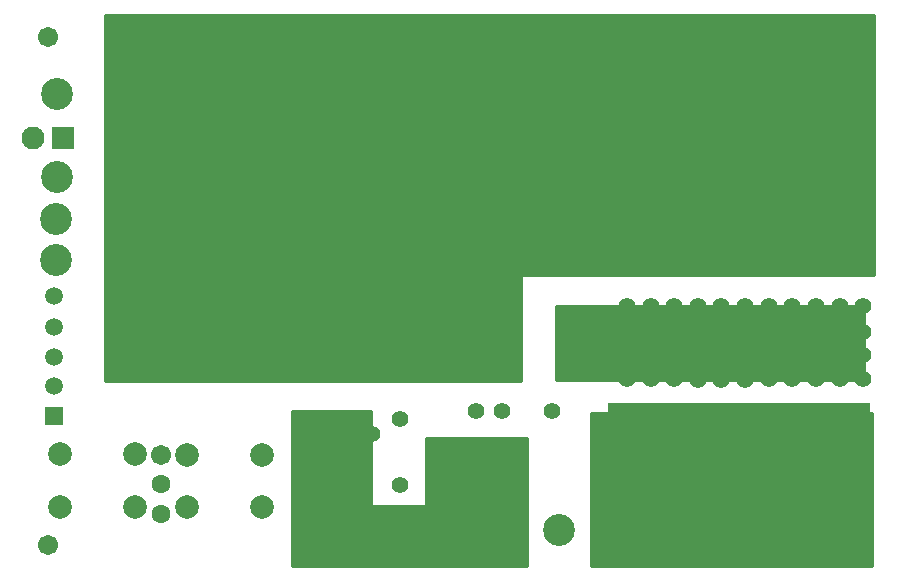
<source format=gbs>
%FSLAX44Y44*%
%MOMM*%
G71*
G01*
G75*
G04 Layer_Color=16711935*
%ADD10C,0.4500*%
%ADD11R,0.9000X0.9500*%
%ADD12R,0.9500X0.9000*%
%ADD13R,1.5000X1.2500*%
%ADD14R,1.2500X1.5000*%
%ADD15R,6.3500X1.5240*%
%ADD16R,3.2000X1.0000*%
%ADD17R,0.9144X0.9144*%
%ADD18R,1.2700X0.9144*%
%ADD19R,0.9144X0.9144*%
%ADD20R,0.9144X1.2700*%
%ADD21R,0.9500X0.8000*%
%ADD22R,0.8000X0.9500*%
%ADD23O,0.5000X2.0000*%
%ADD24R,0.5000X2.0000*%
%ADD25R,0.9000X3.2000*%
%ADD26R,11.5000X9.0000*%
%ADD27R,0.9000X0.9000*%
%ADD28R,0.9000X1.2500*%
%ADD29R,2.0000X2.0000*%
%ADD30R,8.0000X4.0000*%
%ADD31O,2.0000X0.6000*%
%ADD32O,2.0000X1.0000*%
%ADD33C,0.5000*%
%ADD34C,0.3000*%
%ADD35R,1.7500X1.7500*%
%ADD36C,1.7500*%
%ADD37C,1.4000*%
%ADD38C,1.5000*%
%ADD39C,1.8000*%
%ADD40C,2.5000*%
%ADD41R,25.0000X8.0000*%
%ADD42R,22.0000X8.0000*%
%ADD43R,1.3000X1.3000*%
%ADD44C,1.3000*%
%ADD45C,1.2000*%
%ADD46C,0.2540*%
%ADD47C,0.2000*%
%ADD48C,0.3048*%
%ADD49C,0.2500*%
%ADD50C,0.1800*%
%ADD51C,0.1000*%
%ADD52R,1.1032X1.1532*%
%ADD53R,1.1532X1.1032*%
%ADD54R,1.7032X1.4532*%
%ADD55R,1.4532X1.7032*%
%ADD56R,6.5532X1.7272*%
%ADD57R,3.4032X1.2032*%
%ADD58R,1.1176X1.1176*%
%ADD59R,1.4732X1.1176*%
%ADD60R,1.1176X1.1176*%
%ADD61R,1.1176X1.4732*%
%ADD62R,1.1532X1.0032*%
%ADD63R,1.0032X1.1532*%
%ADD64O,0.7032X2.2032*%
%ADD65R,0.7032X2.2032*%
%ADD66R,1.1032X3.4032*%
%ADD67R,11.7032X9.2032*%
%ADD68R,1.1032X1.1032*%
%ADD69R,1.1032X1.4532*%
%ADD70R,2.2032X2.2032*%
%ADD71R,8.2032X4.2032*%
%ADD72O,2.2032X0.8032*%
%ADD73O,2.2032X1.2032*%
%ADD74R,1.9532X1.9532*%
%ADD75C,1.9532*%
%ADD76C,1.6032*%
%ADD77C,1.7032*%
%ADD78C,2.0032*%
%ADD79C,2.7032*%
%ADD80R,25.2032X8.2032*%
%ADD81R,22.2032X8.2032*%
%ADD82R,1.5032X1.5032*%
%ADD83C,1.5032*%
%ADD84C,1.4032*%
D10*
X48750Y-200250D02*
Y18000D01*
X50998Y-200250D02*
Y18000D01*
X54998Y-200250D02*
Y18000D01*
X58998Y-200250D02*
Y18000D01*
X62998Y-200250D02*
Y18000D01*
X66998Y-200250D02*
Y18000D01*
X70998Y-200250D02*
Y18000D01*
X74998Y-200250D02*
Y18000D01*
X78998Y-200250D02*
Y18000D01*
X82998Y-200250D02*
Y18000D01*
X86998Y-200250D02*
Y18000D01*
X90998Y-200250D02*
Y18000D01*
X94998Y-200250D02*
Y18000D01*
X98998Y-200250D02*
Y18000D01*
X102998Y-200250D02*
Y18000D01*
X106998Y-200250D02*
Y18000D01*
X110998Y-200250D02*
Y18000D01*
X114998Y-200250D02*
Y18000D01*
X118998Y-200250D02*
Y18000D01*
X122998Y-200250D02*
Y18000D01*
X126998Y-200250D02*
Y18000D01*
X130998Y-200250D02*
Y18000D01*
X134998Y-200250D02*
Y18000D01*
X138998Y-200250D02*
Y18000D01*
X142998Y-200250D02*
Y18000D01*
X146998Y-200250D02*
Y18000D01*
X150998Y-200250D02*
Y18000D01*
X154998Y-200250D02*
Y18000D01*
X48750Y-200250D02*
X698505D01*
X158998D02*
Y18000D01*
X162998Y-200250D02*
Y18000D01*
X166998Y-200250D02*
Y18000D01*
X48750Y-199002D02*
X698505D01*
X170998Y-200250D02*
Y18000D01*
X174998Y-200250D02*
Y18000D01*
X178998Y-200250D02*
Y18000D01*
X182998Y-200250D02*
Y18000D01*
X186998Y-200250D02*
Y18000D01*
X190998Y-200250D02*
Y18000D01*
X194998Y-200250D02*
Y18000D01*
X198998Y-200250D02*
Y18000D01*
X202998Y-200250D02*
Y18000D01*
X206998Y-200250D02*
Y18000D01*
X210998Y-200250D02*
Y18000D01*
X214998Y-200250D02*
Y18000D01*
X218998Y-200250D02*
Y18000D01*
X222998Y-200250D02*
Y18000D01*
X226998Y-200250D02*
Y18000D01*
X230998Y-200250D02*
Y18000D01*
X234998Y-200250D02*
Y18000D01*
X238998Y-200250D02*
Y18000D01*
X242998Y-200250D02*
Y18000D01*
X246998Y-200250D02*
Y18000D01*
X250998Y-200250D02*
Y18000D01*
X254998Y-200250D02*
Y18000D01*
X48750Y-195002D02*
X698505D01*
X48750Y-191002D02*
X698505D01*
X48750Y-187002D02*
X698505D01*
X48750Y-183002D02*
X698505D01*
X48750Y-179002D02*
X698505D01*
X48750Y-175002D02*
X698505D01*
X48750Y-171002D02*
X698505D01*
X48750Y-167002D02*
X698505D01*
X48750Y-163002D02*
X698505D01*
X48750Y-159002D02*
X698505D01*
X48750Y-155002D02*
X698505D01*
X48750Y-151002D02*
X698505D01*
X48750Y-147002D02*
X698505D01*
X48750Y-143002D02*
X698505D01*
X48750Y-139002D02*
X698505D01*
X48750Y-135002D02*
X698505D01*
X48750Y-131002D02*
X698505D01*
X48750Y-127002D02*
X698505D01*
X48750Y-123002D02*
X698505D01*
X48750Y-119002D02*
X698505D01*
X48750Y-115002D02*
X698505D01*
X48750Y-111002D02*
X698505D01*
X48750Y-107002D02*
X698505D01*
X48750Y-103002D02*
X698505D01*
X48750Y-99002D02*
X698505D01*
X48750Y-95002D02*
X698505D01*
X48750Y-91002D02*
X698505D01*
X48750Y-87002D02*
X698505D01*
X48750Y-83002D02*
X698505D01*
X48750Y-79002D02*
X698505D01*
X48750Y-75002D02*
X698505D01*
X48750Y-71002D02*
X698505D01*
X48750Y-67002D02*
X698505D01*
X48750Y-63002D02*
X698505D01*
X48750Y-59002D02*
X698505D01*
X48750Y-55002D02*
X698505D01*
X48750Y-51002D02*
X698505D01*
X48750Y-47002D02*
X698505D01*
X48750Y-43002D02*
X698505D01*
X48750Y-39002D02*
X698505D01*
X48750Y-35002D02*
X698505D01*
X48750Y-31002D02*
X698505D01*
X48750Y-27002D02*
X698505D01*
X48750Y-23002D02*
X698505D01*
X48750Y-19002D02*
X698505D01*
X48750Y-15002D02*
X698505D01*
X48750Y-11002D02*
X698505D01*
X48750Y-7002D02*
X698505D01*
X48750Y-3002D02*
X698505D01*
X48750Y998D02*
X698505D01*
X48750Y4998D02*
X698505D01*
X48750Y8998D02*
X698505D01*
X48750Y12998D02*
X698505D01*
X48750Y16998D02*
X698505D01*
X48750Y18000D02*
X698505D01*
X258998Y-200250D02*
Y18000D01*
X262998Y-200250D02*
Y18000D01*
X266998Y-200250D02*
Y18000D01*
X270998Y-200250D02*
Y18000D01*
X274998Y-200250D02*
Y18000D01*
X278998Y-200250D02*
Y18000D01*
X282998Y-200250D02*
Y18000D01*
X286998Y-200250D02*
Y18000D01*
X290998Y-200250D02*
Y18000D01*
X294998Y-200250D02*
Y18000D01*
X298998Y-200250D02*
Y18000D01*
X302998Y-200250D02*
Y18000D01*
X306998Y-200250D02*
Y18000D01*
X310998Y-200250D02*
Y18000D01*
X314998Y-200250D02*
Y18000D01*
X318998Y-200250D02*
Y18000D01*
X322998Y-200250D02*
Y18000D01*
X326998Y-200250D02*
Y18000D01*
X330998Y-200250D02*
Y18000D01*
X334998Y-200250D02*
Y18000D01*
X338997Y-200250D02*
Y18000D01*
X342998Y-200250D02*
Y18000D01*
X346997Y-200250D02*
Y18000D01*
X350998Y-200250D02*
Y18000D01*
X354997Y-200250D02*
Y18000D01*
X358997Y-200250D02*
Y18000D01*
X362998Y-200250D02*
Y18000D01*
X366997Y-200250D02*
Y18000D01*
X370998Y-200250D02*
Y18000D01*
X374997Y-200250D02*
Y18000D01*
X378997Y-200250D02*
Y18000D01*
X382998Y-200250D02*
Y18000D01*
X386997Y-200250D02*
Y18000D01*
X390997Y-200250D02*
Y18000D01*
X394997Y-200250D02*
Y18000D01*
X398997Y-200250D02*
Y18000D01*
X402997Y-200250D02*
Y18000D01*
X406997Y-200250D02*
Y18000D01*
X410997Y-200250D02*
Y18000D01*
X414997Y-200250D02*
Y18000D01*
X418997Y-200250D02*
Y18000D01*
X422997Y-200250D02*
Y18000D01*
X426997Y-200250D02*
Y18000D01*
X430997Y-200250D02*
Y18000D01*
X434997Y-200250D02*
Y18000D01*
X438997Y-200250D02*
Y18000D01*
X442997Y-200250D02*
Y18000D01*
X446997Y-200250D02*
Y18000D01*
X450997Y-200250D02*
Y18000D01*
X454997Y-200250D02*
Y18000D01*
X458997Y-200250D02*
Y18000D01*
X462997Y-200250D02*
Y18000D01*
X466997Y-200250D02*
Y18000D01*
X470997Y-200250D02*
Y18000D01*
X474997Y-200250D02*
Y18000D01*
X478997Y-200250D02*
Y18000D01*
X482997Y-200250D02*
Y18000D01*
X486997Y-200250D02*
Y18000D01*
X490997Y-200250D02*
Y18000D01*
X494997Y-200250D02*
Y18000D01*
X498997Y-200250D02*
Y18000D01*
X502997Y-200250D02*
Y18000D01*
X506997Y-200250D02*
Y18000D01*
X510997Y-200250D02*
Y18000D01*
X514997Y-200250D02*
Y18000D01*
X518997Y-200250D02*
Y18000D01*
X522997Y-200250D02*
Y18000D01*
X526997Y-200250D02*
Y18000D01*
X530997Y-200250D02*
Y18000D01*
X534997Y-200250D02*
Y18000D01*
X538997Y-200250D02*
Y18000D01*
X542997Y-200250D02*
Y18000D01*
X546997Y-200250D02*
Y18000D01*
X550997Y-200250D02*
Y18000D01*
X554997Y-200250D02*
Y18000D01*
X558997Y-200250D02*
Y18000D01*
X562997Y-200250D02*
Y18000D01*
X566997Y-200250D02*
Y18000D01*
X570997Y-200250D02*
Y18000D01*
X574997Y-200250D02*
Y18000D01*
X578997Y-200250D02*
Y18000D01*
X582997Y-200250D02*
Y18000D01*
X586997Y-200250D02*
Y18000D01*
X590997Y-200250D02*
Y18000D01*
X594997Y-200250D02*
Y18000D01*
X598997Y-200250D02*
Y18000D01*
X602997Y-200250D02*
Y18000D01*
X606997Y-200250D02*
Y18000D01*
X610997Y-200250D02*
Y18000D01*
X614997Y-200250D02*
Y18000D01*
X618997Y-200250D02*
Y18000D01*
X622997Y-200250D02*
Y18000D01*
X626997Y-200250D02*
Y18000D01*
X630997Y-200250D02*
Y18000D01*
X634997Y-200250D02*
Y18000D01*
X638997Y-200250D02*
Y18000D01*
X642997Y-200250D02*
Y18000D01*
X646997Y-200250D02*
Y18000D01*
X650997Y-200250D02*
Y18000D01*
X654997Y-200250D02*
Y18000D01*
X658997Y-200250D02*
Y18000D01*
X662997Y-200250D02*
Y18000D01*
X666997Y-200250D02*
Y18000D01*
X670997Y-200250D02*
Y18000D01*
X674997Y-200250D02*
Y18000D01*
X678997Y-200250D02*
Y18000D01*
X682997Y-200250D02*
Y18000D01*
X686997Y-200250D02*
Y18000D01*
X690997Y-200250D02*
Y18000D01*
X694997Y-200250D02*
Y18000D01*
X698505Y-200250D02*
Y18000D01*
X48750Y-290500D02*
Y-166250D01*
X50998Y-290500D02*
Y-166250D01*
X54998Y-290500D02*
Y-166250D01*
X58998Y-290500D02*
Y-166250D01*
X62998Y-290500D02*
Y-166250D01*
X66998Y-290500D02*
Y-166250D01*
X70998Y-290500D02*
Y-166250D01*
X74998Y-290500D02*
Y-166250D01*
X78998Y-290500D02*
Y-166250D01*
X82998Y-290500D02*
Y-166250D01*
X86998Y-290500D02*
Y-166250D01*
X90998Y-290500D02*
Y-166250D01*
X94998Y-290500D02*
Y-166250D01*
X98998Y-290500D02*
Y-166250D01*
X102998Y-290500D02*
Y-166250D01*
X48750Y-290500D02*
X400000D01*
X106998D02*
Y-166250D01*
X48750Y-287001D02*
X400000D01*
X110998Y-290500D02*
Y-166250D01*
X114998Y-290500D02*
Y-166250D01*
X118998Y-290500D02*
Y-166250D01*
X122998Y-290500D02*
Y-166250D01*
X126998Y-290500D02*
Y-166250D01*
X130998Y-290500D02*
Y-166250D01*
X134998Y-290500D02*
Y-166250D01*
X138998Y-290500D02*
Y-166250D01*
X142998Y-290500D02*
Y-166250D01*
X146998Y-290500D02*
Y-166250D01*
X150998Y-290500D02*
Y-166250D01*
X154998Y-290500D02*
Y-166250D01*
X48750Y-283001D02*
X400000D01*
X48750Y-279001D02*
X400000D01*
X48750Y-275001D02*
X400000D01*
X48750Y-271001D02*
X400000D01*
X48750Y-267001D02*
X400000D01*
X48750Y-263001D02*
X400000D01*
X48750Y-259002D02*
X400000D01*
X48750Y-255002D02*
X400000D01*
X48750Y-251001D02*
X400000D01*
X48750Y-247001D02*
X400000D01*
X48750Y-243001D02*
X400000D01*
X48750Y-239002D02*
X400000D01*
X48750Y-235002D02*
X400000D01*
X48750Y-231001D02*
X400000D01*
X48750Y-227001D02*
X400000D01*
X48750Y-223001D02*
X400000D01*
X48750Y-219002D02*
X400000D01*
X48750Y-215002D02*
X400000D01*
X48750Y-211002D02*
X400000D01*
X48750Y-207002D02*
X400000D01*
X48750Y-203002D02*
X400000D01*
X48750Y-199002D02*
X400000D01*
X48750Y-195002D02*
X400000D01*
X48750Y-191002D02*
X400000D01*
X48750Y-187002D02*
X400000D01*
X48750Y-183002D02*
X400000D01*
X48750Y-179002D02*
X400000D01*
X48750Y-175002D02*
X400000D01*
X48750Y-171002D02*
X400000D01*
X48750Y-167002D02*
X400000D01*
X48750Y-166250D02*
X400000D01*
X158998Y-290500D02*
Y-166250D01*
X162998Y-290500D02*
Y-166250D01*
X166998Y-290500D02*
Y-166250D01*
X170998Y-290500D02*
Y-166250D01*
X174998Y-290500D02*
Y-166250D01*
X178998Y-290500D02*
Y-166250D01*
X182998Y-290500D02*
Y-166250D01*
X186998Y-290500D02*
Y-166250D01*
X190998Y-290500D02*
Y-166250D01*
X194998Y-290500D02*
Y-166250D01*
X198998Y-290500D02*
Y-166250D01*
X202998Y-290500D02*
Y-166250D01*
X206998Y-290500D02*
Y-166250D01*
X210998Y-290500D02*
Y-166250D01*
X214998Y-290500D02*
Y-166250D01*
X218998Y-290500D02*
Y-166250D01*
X222998Y-290500D02*
Y-166250D01*
X226998Y-290500D02*
Y-166250D01*
X230998Y-290500D02*
Y-166250D01*
X234998Y-290500D02*
Y-166250D01*
X238998Y-290500D02*
Y-166250D01*
X242998Y-290500D02*
Y-166250D01*
X246998Y-290500D02*
Y-166250D01*
X250998Y-290500D02*
Y-166250D01*
X254998Y-290500D02*
Y-166250D01*
X258998Y-290500D02*
Y-166250D01*
X262998Y-290500D02*
Y-166250D01*
X266998Y-290500D02*
Y-166250D01*
X270998Y-290500D02*
Y-166250D01*
X274998Y-290500D02*
Y-166250D01*
X278998Y-290500D02*
Y-166250D01*
X282998Y-290500D02*
Y-166250D01*
X286998Y-290500D02*
Y-166250D01*
X290998Y-290500D02*
Y-166250D01*
X294998Y-290500D02*
Y-166250D01*
X298998Y-290500D02*
Y-166250D01*
X302998Y-290500D02*
Y-166250D01*
X306998Y-290500D02*
Y-166250D01*
X310998Y-290500D02*
Y-166250D01*
X314998Y-290500D02*
Y-166250D01*
X318998Y-290500D02*
Y-166250D01*
X322998Y-290500D02*
Y-166250D01*
X326998Y-290500D02*
Y-166250D01*
X330998Y-290500D02*
Y-166250D01*
X334998Y-290500D02*
Y-166250D01*
X338997Y-290500D02*
Y-166250D01*
X342998Y-290500D02*
Y-166250D01*
X346997Y-290500D02*
Y-166250D01*
X350998Y-290500D02*
Y-166250D01*
X354997Y-290500D02*
Y-166250D01*
X358997Y-290500D02*
Y-166250D01*
X362998Y-290500D02*
Y-166250D01*
X366997Y-290500D02*
Y-166250D01*
X370998Y-290500D02*
Y-166250D01*
X374997Y-290500D02*
Y-166250D01*
X378997Y-290500D02*
Y-166250D01*
X382998Y-290500D02*
Y-166250D01*
X386997Y-290500D02*
Y-166250D01*
X390997Y-290500D02*
Y-166250D01*
X394997Y-290500D02*
Y-166250D01*
X398997Y-290500D02*
Y-166250D01*
X400000Y-290500D02*
Y-166250D01*
X431250Y-289251D02*
Y-228000D01*
X434997Y-289251D02*
Y-228000D01*
X438997Y-289251D02*
Y-228000D01*
X442997Y-289251D02*
Y-228000D01*
X446997Y-289251D02*
Y-228000D01*
X450997Y-289251D02*
Y-228000D01*
X454997Y-289251D02*
Y-228000D01*
X458997Y-289251D02*
Y-228000D01*
X462997Y-289251D02*
Y-228000D01*
X466997Y-289251D02*
Y-228000D01*
X431250Y-289251D02*
X690253D01*
X470997D02*
Y-228000D01*
X474997Y-289251D02*
Y-228000D01*
X478997Y-289251D02*
Y-228000D01*
X482997Y-289251D02*
Y-228000D01*
X486997Y-289251D02*
Y-228000D01*
X490997Y-289251D02*
Y-228000D01*
X494997Y-289251D02*
Y-228000D01*
X498997Y-289251D02*
Y-228000D01*
X502997Y-289251D02*
Y-228000D01*
X431250Y-287001D02*
X690253D01*
X431250Y-283001D02*
X690253D01*
X431250Y-279001D02*
X690253D01*
X431250Y-275001D02*
X690253D01*
X431250Y-271001D02*
X690253D01*
X506997Y-289251D02*
Y-228000D01*
X510997Y-289251D02*
Y-228000D01*
X514997Y-289251D02*
Y-228000D01*
X518997Y-289251D02*
Y-228000D01*
X522997Y-289251D02*
Y-228000D01*
X431250Y-267001D02*
X690253D01*
X431250Y-263001D02*
X690253D01*
X431250Y-259002D02*
X690253D01*
X431250Y-255002D02*
X690253D01*
X431250Y-251001D02*
X690253D01*
X431250Y-247001D02*
X690253D01*
X431250Y-243001D02*
X690253D01*
X431250Y-239002D02*
X690253D01*
X431250Y-235002D02*
X690253D01*
X431250Y-231001D02*
X690253D01*
X431250Y-228000D02*
X690253D01*
X526997Y-289251D02*
Y-228000D01*
X530997Y-289251D02*
Y-228000D01*
X534997Y-289251D02*
Y-228000D01*
X538997Y-289251D02*
Y-228000D01*
X542997Y-289251D02*
Y-228000D01*
X546997Y-289251D02*
Y-228000D01*
X550997Y-289251D02*
Y-228000D01*
X554997Y-289251D02*
Y-228000D01*
X558997Y-289251D02*
Y-228000D01*
X562997Y-289251D02*
Y-228000D01*
X566997Y-289251D02*
Y-228000D01*
X570997Y-289251D02*
Y-228000D01*
X574997Y-289251D02*
Y-228000D01*
X578997Y-289251D02*
Y-228000D01*
X582997Y-289251D02*
Y-228000D01*
X586997Y-289251D02*
Y-228000D01*
X590997Y-289251D02*
Y-228000D01*
X594997Y-289251D02*
Y-228000D01*
X598997Y-289251D02*
Y-228000D01*
X602997Y-289251D02*
Y-228000D01*
X606997Y-289251D02*
Y-228000D01*
X610997Y-289251D02*
Y-228000D01*
X614997Y-289251D02*
Y-228000D01*
X618997Y-289251D02*
Y-228000D01*
X622997Y-289251D02*
Y-228000D01*
X626997Y-289251D02*
Y-228000D01*
X630997Y-289251D02*
Y-228000D01*
X634997Y-289251D02*
Y-228000D01*
X638997Y-289251D02*
Y-228000D01*
X642997Y-289251D02*
Y-228000D01*
X646997Y-289251D02*
Y-228000D01*
X650997Y-289251D02*
Y-228000D01*
X654997Y-289251D02*
Y-228000D01*
X658997Y-289251D02*
Y-228000D01*
X662997Y-289251D02*
Y-228000D01*
X666997Y-289251D02*
Y-228000D01*
X670997Y-289251D02*
Y-228000D01*
X674997Y-289251D02*
Y-228000D01*
X678997Y-289251D02*
Y-228000D01*
X682997Y-289251D02*
Y-228000D01*
X686997Y-289251D02*
Y-228000D01*
X690253Y-289251D02*
Y-228000D01*
X207500Y-447001D02*
X273000D01*
X207500Y-443001D02*
X273000D01*
X207500Y-439001D02*
X273000D01*
X207500Y-435001D02*
X273000D01*
X207500Y-431001D02*
X273000D01*
X207500Y-427001D02*
X273000D01*
X207500Y-423001D02*
X273000D01*
X207500Y-419001D02*
X273000D01*
X207500Y-415001D02*
X273000D01*
X207500Y-411001D02*
X273000D01*
X207500Y-407001D02*
X273000D01*
X207500Y-403001D02*
X273000D01*
X207500Y-399001D02*
X273000D01*
X207500Y-395001D02*
X273000D01*
X207500Y-391001D02*
X273000D01*
X207500Y-387001D02*
X273000D01*
X207500Y-383001D02*
X273000D01*
X207500Y-379001D02*
X273000D01*
X207500Y-375001D02*
X273000D01*
X207500Y-371001D02*
X273000D01*
X207500Y-367001D02*
X273000D01*
X207500Y-363001D02*
X273000D01*
X207500Y-359001D02*
X273000D01*
X207500Y-355001D02*
X273000D01*
X207500Y-351001D02*
X273000D01*
X207500Y-347001D02*
X273000D01*
X207500Y-447250D02*
Y-317248D01*
X210998Y-447250D02*
Y-317248D01*
X214998Y-447250D02*
Y-317248D01*
X218998Y-447250D02*
Y-317248D01*
X222998Y-447250D02*
Y-317248D01*
X226998Y-447250D02*
Y-317248D01*
X207500Y-447250D02*
X273000D01*
X230998D02*
Y-317248D01*
X234998Y-447250D02*
Y-317248D01*
X238998Y-447250D02*
Y-317248D01*
X242998Y-447250D02*
Y-317248D01*
X246998Y-447250D02*
Y-317248D01*
X250998Y-447250D02*
Y-317248D01*
X207500Y-343001D02*
X273000D01*
X254998Y-447250D02*
Y-317248D01*
X258998Y-447250D02*
Y-317248D01*
X262998Y-447250D02*
Y-317248D01*
X266998Y-447250D02*
Y-317248D01*
X270998Y-447250D02*
Y-317248D01*
X273000Y-447250D02*
Y-317248D01*
X207500Y-339001D02*
X273000D01*
X207500Y-335001D02*
X273000D01*
X207500Y-331001D02*
X273000D01*
X207500Y-327001D02*
X273000D01*
X207500Y-323001D02*
X273000D01*
X207500Y-319001D02*
X273000D01*
X207500Y-317248D02*
X273000D01*
X259000Y-447001D02*
Y-397498D01*
X262998Y-447001D02*
Y-397498D01*
X266998Y-447001D02*
Y-397498D01*
X270998Y-447001D02*
Y-397498D01*
X274998Y-447001D02*
Y-397498D01*
X278998Y-447001D02*
Y-397498D01*
X259000Y-447001D02*
X394754D01*
X282998D02*
Y-397498D01*
X259000Y-443001D02*
X394754D01*
X286998Y-447001D02*
Y-397498D01*
X290998Y-447001D02*
Y-397498D01*
X294998Y-447001D02*
Y-397498D01*
X259000Y-439001D02*
X394754D01*
X259000Y-435001D02*
X394754D01*
X259000Y-431001D02*
X394754D01*
X259000Y-427001D02*
X394754D01*
X259000Y-423001D02*
X394754D01*
X259000Y-419001D02*
X394754D01*
X259000Y-415001D02*
X394754D01*
X259000Y-411001D02*
X394754D01*
X259000Y-407001D02*
X394754D01*
X259000Y-403001D02*
X394754D01*
X259000Y-399001D02*
X394754D01*
X259000Y-397498D02*
X394754D01*
X298998Y-447001D02*
Y-397498D01*
X302998Y-447001D02*
Y-397498D01*
X306998Y-447001D02*
Y-397498D01*
X310998Y-447001D02*
Y-397498D01*
X314998Y-447001D02*
Y-397498D01*
X318998Y-447001D02*
Y-397498D01*
X322998Y-447001D02*
Y-397498D01*
X326998Y-447001D02*
Y-397498D01*
X330998Y-447001D02*
Y-397498D01*
X334998Y-447001D02*
Y-397498D01*
X338997Y-447001D02*
Y-397498D01*
X342998Y-447001D02*
Y-397498D01*
X346997Y-447001D02*
Y-397498D01*
X350998Y-447001D02*
Y-397498D01*
X354997Y-447001D02*
Y-397498D01*
X358997Y-447001D02*
Y-397498D01*
X362998Y-447001D02*
Y-397498D01*
X366997Y-447001D02*
Y-397498D01*
X370998Y-447001D02*
Y-397498D01*
X374997Y-447001D02*
Y-397498D01*
X378997Y-447001D02*
Y-397498D01*
X382998Y-447001D02*
Y-397498D01*
X386997Y-447001D02*
Y-397498D01*
X390997Y-447001D02*
Y-397498D01*
X394754Y-447001D02*
Y-397498D01*
X320500Y-443001D02*
X404998D01*
X320500Y-439001D02*
X404998D01*
X320500Y-435001D02*
X404998D01*
X320500Y-431001D02*
X404998D01*
X320500Y-427001D02*
X404998D01*
X320500Y-423001D02*
X404998D01*
X320500Y-419001D02*
X404998D01*
X320500Y-415001D02*
X404998D01*
X320500Y-411001D02*
X404998D01*
X320500Y-407001D02*
X404998D01*
X320500Y-403001D02*
X404998D01*
X320500Y-399001D02*
X404998D01*
X320500Y-395001D02*
X404998D01*
X320500Y-391001D02*
X404998D01*
X320500Y-387001D02*
X404998D01*
X320500Y-383001D02*
X404998D01*
X320500Y-379001D02*
X404998D01*
X320500Y-375001D02*
X404998D01*
X320500Y-371001D02*
X404998D01*
X320500Y-367001D02*
X404998D01*
X320500Y-363001D02*
X404998D01*
X320500Y-359001D02*
X404998D01*
X320500Y-355001D02*
X404998D01*
X320500Y-351001D02*
X404998D01*
X320500Y-347001D02*
X404998D01*
X320500Y-447001D02*
Y-340000D01*
X322998Y-447001D02*
Y-340000D01*
X326998Y-447001D02*
Y-340000D01*
X330998Y-447001D02*
Y-340000D01*
X334998Y-447001D02*
Y-340000D01*
X338997Y-447001D02*
Y-340000D01*
X320500Y-447001D02*
X404998D01*
X342998D02*
Y-340000D01*
X346997Y-447001D02*
Y-340000D01*
X350998Y-447001D02*
Y-340000D01*
X354997Y-447001D02*
Y-340000D01*
X358997Y-447001D02*
Y-340000D01*
X362998Y-447001D02*
Y-340000D01*
X366997Y-447001D02*
Y-340000D01*
X370998Y-447001D02*
Y-340000D01*
X374997Y-447001D02*
Y-340000D01*
X378997Y-447001D02*
Y-340000D01*
X382998Y-447001D02*
Y-340000D01*
X386997Y-447001D02*
Y-340000D01*
X320500Y-343001D02*
X404998D01*
X390997Y-447001D02*
Y-340000D01*
X394997Y-447001D02*
Y-340000D01*
X398997Y-447001D02*
Y-340000D01*
X320500D02*
X404998D01*
X402997Y-447001D02*
Y-340000D01*
X404998Y-447001D02*
Y-340000D01*
X461000Y-446500D02*
Y-319250D01*
X462997Y-446500D02*
Y-319250D01*
X466997Y-446500D02*
Y-319250D01*
X470997Y-446500D02*
Y-319250D01*
X474997Y-446500D02*
Y-319250D01*
X478997Y-446500D02*
Y-319250D01*
X482997Y-446500D02*
Y-319250D01*
X486997Y-446500D02*
Y-319250D01*
X490997Y-446500D02*
Y-319250D01*
X494997Y-446500D02*
Y-319250D01*
X498997Y-446500D02*
Y-319250D01*
X461000Y-446500D02*
X696761D01*
X461000Y-443001D02*
X696761D01*
X461000Y-439001D02*
X696761D01*
X461000Y-435001D02*
X696761D01*
X461000Y-431001D02*
X696761D01*
X461000Y-427001D02*
X696761D01*
X461000Y-423001D02*
X696761D01*
X461000Y-419001D02*
X696761D01*
X461000Y-415001D02*
X696761D01*
X502997Y-446500D02*
Y-319250D01*
X506997Y-446500D02*
Y-319250D01*
X510997Y-446500D02*
Y-319250D01*
X461000Y-411001D02*
X696761D01*
X461000Y-407001D02*
X696761D01*
X461000Y-403001D02*
X696761D01*
X461000Y-399001D02*
X696761D01*
X461000Y-395001D02*
X696761D01*
X461000Y-391001D02*
X696761D01*
X461000Y-387001D02*
X696761D01*
X461000Y-383001D02*
X696761D01*
X461000Y-379001D02*
X696761D01*
X461000Y-375001D02*
X696761D01*
X461000Y-371001D02*
X696761D01*
X461000Y-367001D02*
X696761D01*
X461000Y-363001D02*
X696761D01*
X461000Y-359001D02*
X696761D01*
X461000Y-355001D02*
X696761D01*
X461000Y-351001D02*
X696761D01*
X461000Y-347001D02*
X696761D01*
X461000Y-343001D02*
X696761D01*
X461000Y-339001D02*
X696761D01*
X461000Y-335001D02*
X696761D01*
X461000Y-331001D02*
X696761D01*
X461000Y-327001D02*
X696761D01*
X461000Y-323001D02*
X696761D01*
X461000Y-319250D02*
X696761D01*
X514997Y-446500D02*
Y-319250D01*
X518997Y-446500D02*
Y-319250D01*
X522997Y-446500D02*
Y-319250D01*
X526997Y-446500D02*
Y-319250D01*
X530997Y-446500D02*
Y-319250D01*
X534997Y-446500D02*
Y-319250D01*
X538997Y-446500D02*
Y-319250D01*
X542997Y-446500D02*
Y-319250D01*
X546997Y-446500D02*
Y-319250D01*
X550997Y-446500D02*
Y-319250D01*
X554997Y-446500D02*
Y-319250D01*
X558997Y-446500D02*
Y-319250D01*
X562997Y-446500D02*
Y-319250D01*
X566997Y-446500D02*
Y-319250D01*
X570997Y-446500D02*
Y-319250D01*
X574997Y-446500D02*
Y-319250D01*
X578997Y-446500D02*
Y-319250D01*
X582997Y-446500D02*
Y-319250D01*
X586997Y-446500D02*
Y-319250D01*
X590997Y-446500D02*
Y-319250D01*
X594997Y-446500D02*
Y-319250D01*
X598997Y-446500D02*
Y-319250D01*
X602997Y-446500D02*
Y-319250D01*
X606997Y-446500D02*
Y-319250D01*
X610997Y-446500D02*
Y-319250D01*
X614997Y-446500D02*
Y-319250D01*
X618997Y-446500D02*
Y-319250D01*
X622997Y-446500D02*
Y-319250D01*
X626997Y-446500D02*
Y-319250D01*
X630997Y-446500D02*
Y-319250D01*
X634997Y-446500D02*
Y-319250D01*
X638997Y-446500D02*
Y-319250D01*
X642997Y-446500D02*
Y-319250D01*
X646997Y-446500D02*
Y-319250D01*
X650997Y-446500D02*
Y-319250D01*
X654997Y-446500D02*
Y-319250D01*
X658997Y-446500D02*
Y-319250D01*
X662997Y-446500D02*
Y-319250D01*
X666997Y-446500D02*
Y-319250D01*
X670997Y-446500D02*
Y-319250D01*
X674997Y-446500D02*
Y-319250D01*
X678997Y-446500D02*
Y-319250D01*
X682997Y-446500D02*
Y-319250D01*
X686997Y-446500D02*
Y-319250D01*
X690997Y-446500D02*
Y-319250D01*
X694997Y-446500D02*
Y-319250D01*
X696761Y-446500D02*
Y-319250D01*
D74*
X12750Y-85750D02*
D03*
D75*
X-12750D02*
D03*
D76*
X96000Y-378500D02*
D03*
Y-404000D02*
D03*
D77*
Y-353500D02*
D03*
X680000Y-430000D02*
D03*
X679750Y250D02*
D03*
X0Y-430000D02*
D03*
Y0D02*
D03*
D78*
X118000Y-353500D02*
D03*
Y-398000D02*
D03*
X181500Y-353500D02*
D03*
Y-398000D02*
D03*
X73500Y-397750D02*
D03*
Y-353250D02*
D03*
X10000Y-397750D02*
D03*
Y-353250D02*
D03*
D79*
X7250Y-118750D02*
D03*
X433000Y-417500D02*
D03*
X7250Y-47750D02*
D03*
X7000Y-153500D02*
D03*
Y-188500D02*
D03*
D80*
X573500Y-82000D02*
D03*
D81*
X585000Y-350500D02*
D03*
D82*
X5250Y-321000D02*
D03*
D83*
Y-295500D02*
D03*
Y-270500D02*
D03*
Y-245000D02*
D03*
Y-219500D02*
D03*
D84*
X590250Y-270000D02*
D03*
X570253Y-290002D02*
D03*
X570253Y-270001D02*
D03*
X571000Y-250000D02*
D03*
X590253Y-290002D02*
D03*
Y-250002D02*
D03*
X630250Y-269250D02*
D03*
X610253Y-289251D02*
D03*
Y-269251D02*
D03*
X611000Y-249250D02*
D03*
X630253Y-289251D02*
D03*
Y-249251D02*
D03*
X630250Y-195500D02*
D03*
X70250Y-17500D02*
D03*
Y2500D02*
D03*
X90250Y-17500D02*
D03*
Y2500D02*
D03*
X110250Y-17500D02*
D03*
Y2500D02*
D03*
X130250Y-17500D02*
D03*
Y2500D02*
D03*
X150250Y-17500D02*
D03*
Y2500D02*
D03*
X170250Y-17500D02*
D03*
Y2500D02*
D03*
X190250Y-195500D02*
D03*
Y-175500D02*
D03*
Y-155500D02*
D03*
Y-97500D02*
D03*
Y-77500D02*
D03*
Y-57500D02*
D03*
Y-37500D02*
D03*
Y-17500D02*
D03*
Y2500D02*
D03*
X210250Y-215500D02*
D03*
Y-195500D02*
D03*
Y-175500D02*
D03*
Y-155500D02*
D03*
Y-135500D02*
D03*
Y-97500D02*
D03*
Y-77500D02*
D03*
Y-57500D02*
D03*
Y-37500D02*
D03*
Y-17500D02*
D03*
Y2500D02*
D03*
X230250Y-215500D02*
D03*
Y-195500D02*
D03*
Y-175500D02*
D03*
Y-155500D02*
D03*
Y-135500D02*
D03*
Y-97500D02*
D03*
Y-77500D02*
D03*
Y-57500D02*
D03*
Y-37500D02*
D03*
Y-17500D02*
D03*
Y2500D02*
D03*
X250250Y-215500D02*
D03*
Y-195500D02*
D03*
Y-175500D02*
D03*
Y-155500D02*
D03*
Y-135500D02*
D03*
Y-97500D02*
D03*
Y-77500D02*
D03*
Y-57500D02*
D03*
Y-37500D02*
D03*
Y-17500D02*
D03*
Y2500D02*
D03*
X270250Y-215500D02*
D03*
Y-195500D02*
D03*
Y-175500D02*
D03*
Y-155500D02*
D03*
Y-135500D02*
D03*
Y-97500D02*
D03*
Y-77500D02*
D03*
Y-57500D02*
D03*
Y-37500D02*
D03*
Y-17500D02*
D03*
Y2500D02*
D03*
X290250Y-215500D02*
D03*
Y-195500D02*
D03*
Y-175500D02*
D03*
Y-155500D02*
D03*
Y-135500D02*
D03*
Y-97500D02*
D03*
Y-77500D02*
D03*
Y-57500D02*
D03*
Y-37500D02*
D03*
Y-17500D02*
D03*
Y2500D02*
D03*
X310250Y-215500D02*
D03*
Y-195500D02*
D03*
Y-175500D02*
D03*
Y-155500D02*
D03*
Y-135500D02*
D03*
Y-97500D02*
D03*
Y-77500D02*
D03*
Y-57500D02*
D03*
Y-37500D02*
D03*
Y-17500D02*
D03*
Y2500D02*
D03*
X330250Y-195500D02*
D03*
Y-175500D02*
D03*
Y-155500D02*
D03*
Y-135500D02*
D03*
Y-97500D02*
D03*
Y-77500D02*
D03*
Y-57500D02*
D03*
Y-37500D02*
D03*
Y-17500D02*
D03*
Y2500D02*
D03*
X350250Y-195500D02*
D03*
Y-175500D02*
D03*
Y-155500D02*
D03*
Y-135500D02*
D03*
Y-97500D02*
D03*
Y-77500D02*
D03*
Y-57500D02*
D03*
Y-37500D02*
D03*
Y-17500D02*
D03*
Y2500D02*
D03*
X370250Y-195500D02*
D03*
Y-175500D02*
D03*
Y-155500D02*
D03*
Y-135500D02*
D03*
Y-97500D02*
D03*
Y-77500D02*
D03*
Y-57500D02*
D03*
Y-37500D02*
D03*
Y-17500D02*
D03*
Y2500D02*
D03*
X390250Y-195500D02*
D03*
Y-175500D02*
D03*
Y-155500D02*
D03*
Y-135500D02*
D03*
Y-97500D02*
D03*
Y-77500D02*
D03*
Y-57500D02*
D03*
Y-37500D02*
D03*
Y-17500D02*
D03*
Y2500D02*
D03*
X410250Y-195500D02*
D03*
Y-175500D02*
D03*
Y-155500D02*
D03*
Y-135500D02*
D03*
Y-97500D02*
D03*
Y-77500D02*
D03*
Y-57500D02*
D03*
Y-37500D02*
D03*
Y-17500D02*
D03*
Y2500D02*
D03*
X430250Y-195500D02*
D03*
Y-175500D02*
D03*
Y-155500D02*
D03*
Y-135500D02*
D03*
Y-97500D02*
D03*
Y-77500D02*
D03*
Y-57500D02*
D03*
Y-37500D02*
D03*
Y-17500D02*
D03*
Y2500D02*
D03*
X450250Y-195500D02*
D03*
Y-175500D02*
D03*
Y-155500D02*
D03*
Y-135500D02*
D03*
X450250Y-115500D02*
D03*
X450250Y-97500D02*
D03*
Y-77500D02*
D03*
Y-57500D02*
D03*
Y-37500D02*
D03*
Y-17500D02*
D03*
Y2500D02*
D03*
X470250Y-195500D02*
D03*
Y-175500D02*
D03*
Y-155500D02*
D03*
Y-135500D02*
D03*
Y-115500D02*
D03*
X470250Y-97500D02*
D03*
X470250Y-77500D02*
D03*
Y-57500D02*
D03*
Y-37500D02*
D03*
Y-17500D02*
D03*
Y2500D02*
D03*
X490250Y-175500D02*
D03*
Y-155500D02*
D03*
Y-135500D02*
D03*
Y-115500D02*
D03*
Y-97500D02*
D03*
Y-77500D02*
D03*
Y-57500D02*
D03*
Y-37500D02*
D03*
Y-17500D02*
D03*
Y2500D02*
D03*
X510250Y-195500D02*
D03*
Y-175500D02*
D03*
Y-155500D02*
D03*
Y-135500D02*
D03*
X510250Y-115500D02*
D03*
Y-97500D02*
D03*
Y-77500D02*
D03*
Y-57500D02*
D03*
Y-37500D02*
D03*
Y-17500D02*
D03*
Y2500D02*
D03*
X530250Y-195500D02*
D03*
Y-175500D02*
D03*
Y-155500D02*
D03*
Y-135500D02*
D03*
Y-115500D02*
D03*
Y-97500D02*
D03*
Y-77500D02*
D03*
Y-57500D02*
D03*
Y-37500D02*
D03*
Y-17500D02*
D03*
Y2500D02*
D03*
X550250Y-195500D02*
D03*
Y-175500D02*
D03*
Y-155500D02*
D03*
Y-135500D02*
D03*
X550250Y-115500D02*
D03*
Y-97500D02*
D03*
Y-77500D02*
D03*
Y-57500D02*
D03*
Y-37500D02*
D03*
Y-17500D02*
D03*
Y2500D02*
D03*
X570250Y-195500D02*
D03*
Y-175500D02*
D03*
Y-155500D02*
D03*
Y-135500D02*
D03*
Y-115500D02*
D03*
X570250Y-97500D02*
D03*
Y-57500D02*
D03*
Y-37500D02*
D03*
Y-17500D02*
D03*
Y2500D02*
D03*
X590250Y-195500D02*
D03*
Y-175500D02*
D03*
Y-155500D02*
D03*
Y-135500D02*
D03*
Y-115500D02*
D03*
Y-97500D02*
D03*
Y-77500D02*
D03*
Y-57500D02*
D03*
Y-37500D02*
D03*
Y-17500D02*
D03*
Y2500D02*
D03*
X610250Y-195500D02*
D03*
Y-175500D02*
D03*
Y-155500D02*
D03*
Y-135500D02*
D03*
Y-115500D02*
D03*
X610250Y-97500D02*
D03*
Y-77500D02*
D03*
Y-57500D02*
D03*
Y-37500D02*
D03*
Y-17500D02*
D03*
Y2500D02*
D03*
X630250Y-175500D02*
D03*
Y-155500D02*
D03*
Y-135500D02*
D03*
Y-115500D02*
D03*
Y-97500D02*
D03*
Y-77500D02*
D03*
Y-57500D02*
D03*
Y-37500D02*
D03*
Y-17500D02*
D03*
Y2500D02*
D03*
X650250Y-195500D02*
D03*
Y-175500D02*
D03*
Y-155500D02*
D03*
Y-135500D02*
D03*
Y-115500D02*
D03*
Y-97500D02*
D03*
Y-77500D02*
D03*
Y-57500D02*
D03*
Y-37500D02*
D03*
Y-17500D02*
D03*
Y2500D02*
D03*
X670250Y-195500D02*
D03*
Y-175500D02*
D03*
Y-155500D02*
D03*
Y-135500D02*
D03*
Y-115500D02*
D03*
Y-97500D02*
D03*
Y-77500D02*
D03*
Y-57500D02*
D03*
Y-37500D02*
D03*
X690250Y-195500D02*
D03*
Y-175500D02*
D03*
Y-155500D02*
D03*
Y-135500D02*
D03*
Y-115500D02*
D03*
Y-97500D02*
D03*
Y-77500D02*
D03*
Y-57500D02*
D03*
Y-37500D02*
D03*
X484250Y-435500D02*
D03*
Y-415500D02*
D03*
Y-395500D02*
D03*
Y-375500D02*
D03*
Y-357500D02*
D03*
Y-337500D02*
D03*
Y-317500D02*
D03*
X504250Y-435500D02*
D03*
Y-415500D02*
D03*
Y-395500D02*
D03*
Y-375500D02*
D03*
Y-357500D02*
D03*
Y-337500D02*
D03*
Y-317500D02*
D03*
X524250Y-435500D02*
D03*
Y-415500D02*
D03*
Y-395500D02*
D03*
Y-375500D02*
D03*
Y-357500D02*
D03*
Y-337500D02*
D03*
Y-317500D02*
D03*
X544250Y-435500D02*
D03*
Y-415500D02*
D03*
Y-395500D02*
D03*
Y-375500D02*
D03*
Y-357500D02*
D03*
Y-337500D02*
D03*
Y-317500D02*
D03*
X564250Y-435500D02*
D03*
Y-415500D02*
D03*
Y-395500D02*
D03*
Y-375500D02*
D03*
Y-357500D02*
D03*
Y-337500D02*
D03*
Y-317500D02*
D03*
X490250Y-250250D02*
D03*
X490253Y-227503D02*
D03*
X584250Y-435500D02*
D03*
Y-415500D02*
D03*
Y-395500D02*
D03*
Y-375500D02*
D03*
Y-337500D02*
D03*
Y-317500D02*
D03*
X510253Y-227503D02*
D03*
X604250Y-435500D02*
D03*
Y-415500D02*
D03*
Y-395500D02*
D03*
Y-375500D02*
D03*
Y-357500D02*
D03*
Y-337500D02*
D03*
Y-317500D02*
D03*
X530253Y-227503D02*
D03*
X624250Y-435500D02*
D03*
Y-415500D02*
D03*
Y-395500D02*
D03*
Y-375500D02*
D03*
Y-357500D02*
D03*
Y-337500D02*
D03*
Y-317500D02*
D03*
X550253Y-227503D02*
D03*
X644250Y-435500D02*
D03*
Y-415500D02*
D03*
Y-395500D02*
D03*
Y-375500D02*
D03*
Y-357500D02*
D03*
Y-337500D02*
D03*
Y-317500D02*
D03*
X570253Y-227503D02*
D03*
X664250Y-395500D02*
D03*
Y-375500D02*
D03*
Y-357500D02*
D03*
Y-337500D02*
D03*
Y-317500D02*
D03*
X590253Y-227503D02*
D03*
X684250Y-395500D02*
D03*
Y-375500D02*
D03*
Y-357500D02*
D03*
Y-337500D02*
D03*
Y-317500D02*
D03*
X610253Y-227503D02*
D03*
X630253Y-227502D02*
D03*
X650253Y-289251D02*
D03*
Y-269251D02*
D03*
Y-249251D02*
D03*
X650253Y-227503D02*
D03*
X670253Y-289251D02*
D03*
Y-269251D02*
D03*
Y-249251D02*
D03*
X670253Y-227503D02*
D03*
X690253Y-289251D02*
D03*
Y-269251D02*
D03*
Y-249251D02*
D03*
X690253Y-227503D02*
D03*
X510250Y-270000D02*
D03*
Y-250250D02*
D03*
X530250Y-270250D02*
D03*
Y-250000D02*
D03*
X550250Y-270000D02*
D03*
Y-250000D02*
D03*
X490250Y-270000D02*
D03*
Y-289750D02*
D03*
X510250D02*
D03*
X530250D02*
D03*
X550250Y-290000D02*
D03*
X190000Y-114750D02*
D03*
X210000D02*
D03*
X230000D02*
D03*
X250000D02*
D03*
X270000D02*
D03*
X290000D02*
D03*
X310000D02*
D03*
X330000D02*
D03*
X350000D02*
D03*
X370000D02*
D03*
X390000D02*
D03*
X410000D02*
D03*
X430000D02*
D03*
X189750Y-135500D02*
D03*
X490250Y-195750D02*
D03*
X330250Y-215500D02*
D03*
X350250D02*
D03*
X370250D02*
D03*
X390250D02*
D03*
X426500Y-316750D02*
D03*
X274500Y-336000D02*
D03*
X298000Y-379250D02*
D03*
Y-323500D02*
D03*
X384500Y-316750D02*
D03*
X362500D02*
D03*
X352500Y-379000D02*
D03*
X241000Y-379750D02*
D03*
M02*

</source>
